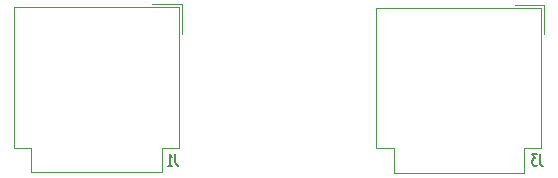
<source format=gbr>
%TF.GenerationSoftware,KiCad,Pcbnew,9.0.1*%
%TF.CreationDate,2025-06-09T14:31:38-07:00*%
%TF.ProjectId,chop-controller-heat-v2,63686f70-2d63-46f6-9e74-726f6c6c6572,rev?*%
%TF.SameCoordinates,Original*%
%TF.FileFunction,Legend,Bot*%
%TF.FilePolarity,Positive*%
%FSLAX46Y46*%
G04 Gerber Fmt 4.6, Leading zero omitted, Abs format (unit mm)*
G04 Created by KiCad (PCBNEW 9.0.1) date 2025-06-09 14:31:38*
%MOMM*%
%LPD*%
G01*
G04 APERTURE LIST*
%ADD10C,0.153000*%
%ADD11C,0.120000*%
G04 APERTURE END LIST*
D10*
X145314304Y-62433986D02*
X145314304Y-63148271D01*
X145314304Y-63148271D02*
X145345257Y-63291128D01*
X145345257Y-63291128D02*
X145407161Y-63386367D01*
X145407161Y-63386367D02*
X145500019Y-63433986D01*
X145500019Y-63433986D02*
X145561923Y-63433986D01*
X144664304Y-63433986D02*
X145035733Y-63433986D01*
X144850019Y-63433986D02*
X144850019Y-62433986D01*
X144850019Y-62433986D02*
X144911923Y-62576843D01*
X144911923Y-62576843D02*
X144973828Y-62672081D01*
X144973828Y-62672081D02*
X145035733Y-62719700D01*
X176175304Y-62433986D02*
X176175304Y-63148271D01*
X176175304Y-63148271D02*
X176206257Y-63291128D01*
X176206257Y-63291128D02*
X176268161Y-63386367D01*
X176268161Y-63386367D02*
X176361019Y-63433986D01*
X176361019Y-63433986D02*
X176422923Y-63433986D01*
X175927685Y-62433986D02*
X175525304Y-62433986D01*
X175525304Y-62433986D02*
X175741971Y-62814938D01*
X175741971Y-62814938D02*
X175649114Y-62814938D01*
X175649114Y-62814938D02*
X175587209Y-62862557D01*
X175587209Y-62862557D02*
X175556257Y-62910176D01*
X175556257Y-62910176D02*
X175525304Y-63005414D01*
X175525304Y-63005414D02*
X175525304Y-63243509D01*
X175525304Y-63243509D02*
X175556257Y-63338747D01*
X175556257Y-63338747D02*
X175587209Y-63386367D01*
X175587209Y-63386367D02*
X175649114Y-63433986D01*
X175649114Y-63433986D02*
X175834828Y-63433986D01*
X175834828Y-63433986D02*
X175896733Y-63386367D01*
X175896733Y-63386367D02*
X175927685Y-63338747D01*
D11*
%TO.C,J1*%
X145847638Y-49768323D02*
X145847638Y-52268323D01*
X145847638Y-49768323D02*
X143347638Y-49768323D01*
X145617638Y-61903323D02*
X144167638Y-61903323D01*
X145617638Y-50003323D02*
X145617638Y-61903323D01*
X145617638Y-50003323D02*
X131647638Y-50003323D01*
X144167638Y-64003323D02*
X144167638Y-61903323D01*
X144167638Y-64003323D02*
X133097638Y-64003323D01*
X133097638Y-64003323D02*
X133097638Y-61903323D01*
X133097638Y-61903323D02*
X131647638Y-61903323D01*
X131647638Y-50003323D02*
X131647638Y-61903323D01*
%TO.C,J3*%
X176530888Y-49819073D02*
X176530888Y-52319073D01*
X176530888Y-49819073D02*
X174030888Y-49819073D01*
X176300888Y-61954073D02*
X174850888Y-61954073D01*
X176300888Y-50054073D02*
X176300888Y-61954073D01*
X176300888Y-50054073D02*
X162330888Y-50054073D01*
X174850888Y-64054073D02*
X174850888Y-61954073D01*
X174850888Y-64054073D02*
X163780888Y-64054073D01*
X163780888Y-64054073D02*
X163780888Y-61954073D01*
X163780888Y-61954073D02*
X162330888Y-61954073D01*
X162330888Y-50054073D02*
X162330888Y-61954073D01*
%TD*%
M02*

</source>
